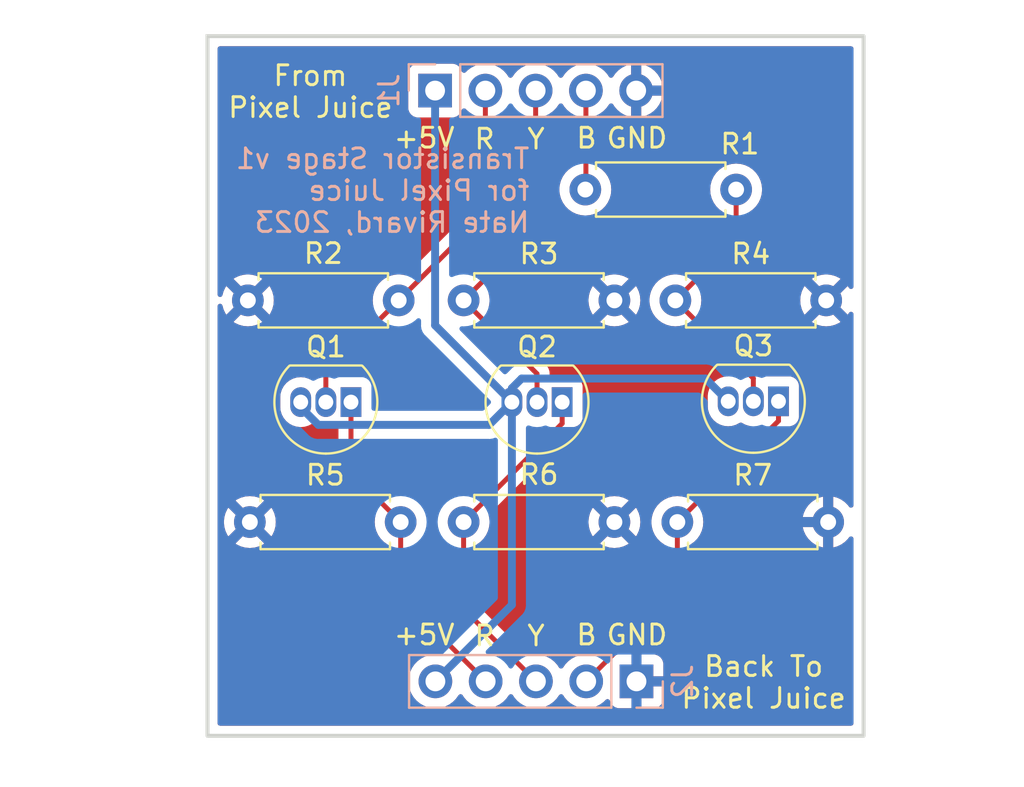
<source format=kicad_pcb>
(kicad_pcb (version 20211014) (generator pcbnew)
  (layers (0 "F.Cu" signal) (31 "B.Cu" signal) (34 "B.Paste" user) (35 "F.Paste" user) (36 "B.SilkS" user "B.Silkscreen") (37 "F.SilkS" user "F.Silkscreen") (38 "B.Mask" user) (39 "F.Mask" user) (44 "Edge.Cuts" user))
  (net 0 "")
  (net 1 "+5V")
  (net 2 "/R-Y_{in}")
  (net 3 "/Y_{in}")
  (net 4 "/B-Y_{in}")
  (net 5 "GND")
  (net 6 "/R-Y_{out}")
  (net 7 "/Y_{out}")
  (net 8 "/B-Y_{out}")
  (net 9 "Net-(Q3-Pad2)")
  (footprint "Resistor_THT:R_Axial_DIN0207_L6.3mm_D2.5mm_P7.62mm_Horizontal" (layer "F.Cu") (at 132.79 96)
    (fp_text reference "R5" (at 3.81 -2.37) (layer "F.SilkS"))
    (fp_text value "470R")
    (fp_line (start 7.08 1.37) (end 7.08 1.04) (layer "F.SilkS") (width 0.12))
    (fp_line (start 7.08 -1.37) (end 7.08 -1.04) (layer "F.SilkS") (width 0.12))
    (fp_line (start 0.54 -1.37) (end 7.08 -1.37) (layer "F.SilkS") (width 0.12))
    (fp_line (start 0.54 1.04) (end 0.54 1.37) (layer "F.SilkS") (width 0.12))
    (fp_line (start 0.54 1.37) (end 7.08 1.37) (layer "F.SilkS") (width 0.12))
    (fp_line (start 0.54 -1.04) (end 0.54 -1.37) (layer "F.SilkS") (width 0.12))
    (pad "1" thru_hole circle (at 0 0) (size 1.6 1.6) (drill 0.8) (layers *.Cu *.Mask) (net 5 "GND"))
    (pad "2" thru_hole oval (at 7.62 0) (size 1.6 1.6) (drill 0.8) (layers *.Cu *.Mask) (net 6 "/R-Y_{out}"))
  )
  (footprint "Resistor_THT:R_Axial_DIN0207_L6.3mm_D2.5mm_P7.62mm_Horizontal" (layer "F.Cu") (at 154.39 96)
    (fp_text reference "R7" (at 3.81 -2.37) (layer "F.SilkS"))
    (fp_text value "470R")
    (fp_line (start 0.54 -1.37) (end 7.08 -1.37) (layer "F.SilkS") (width 0.12))
    (fp_line (start 0.54 1.37) (end 7.08 1.37) (layer "F.SilkS") (width 0.12))
    (fp_line (start 7.08 -1.37) (end 7.08 -1.04) (layer "F.SilkS") (width 0.12))
    (fp_line (start 0.54 -1.04) (end 0.54 -1.37) (layer "F.SilkS") (width 0.12))
    (fp_line (start 0.54 1.04) (end 0.54 1.37) (layer "F.SilkS") (width 0.12))
    (fp_line (start 7.08 1.37) (end 7.08 1.04) (layer "F.SilkS") (width 0.12))
    (pad "1" thru_hole circle (at 0 0) (size 1.6 1.6) (drill 0.8) (layers *.Cu *.Mask) (net 8 "/B-Y_{out}"))
    (pad "2" thru_hole oval (at 7.62 0) (size 1.6 1.6) (drill 0.8) (layers *.Cu *.Mask) (net 5 "GND"))
  )
  (footprint "Resistor_THT:R_Axial_DIN0207_L6.3mm_D2.5mm_P7.62mm_Horizontal" (layer "F.Cu") (at 161.91 84.8 180)
    (fp_text reference "R4" (at 3.81 2.35) (layer "F.SilkS"))
    (fp_text value "470R")
    (fp_line (start 7.08 1.37) (end 7.08 1.04) (layer "F.SilkS") (width 0.12))
    (fp_line (start 0.54 1.04) (end 0.54 1.37) (layer "F.SilkS") (width 0.12))
    (fp_line (start 0.54 1.37) (end 7.08 1.37) (layer "F.SilkS") (width 0.12))
    (fp_line (start 0.54 -1.37) (end 7.08 -1.37) (layer "F.SilkS") (width 0.12))
    (fp_line (start 0.54 -1.04) (end 0.54 -1.37) (layer "F.SilkS") (width 0.12))
    (fp_line (start 7.08 -1.37) (end 7.08 -1.04) (layer "F.SilkS") (width 0.12))
    (pad "1" thru_hole circle (at 0 0 180) (size 1.6 1.6) (drill 0.8) (layers *.Cu *.Mask) (net 5 "GND"))
    (pad "2" thru_hole oval (at 7.62 0 180) (size 1.6 1.6) (drill 0.8) (layers *.Cu *.Mask) (net 9 "Net-(Q3-Pad2)"))
  )
  (footprint "Resistor_THT:R_Axial_DIN0207_L6.3mm_D2.5mm_P7.62mm_Horizontal" (layer "F.Cu") (at 151.21 84.8 180)
    (fp_text reference "R3" (at 3.81 2.35) (layer "F.SilkS"))
    (fp_text value "470R")
    (fp_line (start 0.54 1.04) (end 0.54 1.37) (layer "F.SilkS") (width 0.12))
    (fp_line (start 0.54 -1.04) (end 0.54 -1.37) (layer "F.SilkS") (width 0.12))
    (fp_line (start 0.54 1.37) (end 7.08 1.37) (layer "F.SilkS") (width 0.12))
    (fp_line (start 0.54 -1.37) (end 7.08 -1.37) (layer "F.SilkS") (width 0.12))
    (fp_line (start 7.08 -1.37) (end 7.08 -1.04) (layer "F.SilkS") (width 0.12))
    (fp_line (start 7.08 1.37) (end 7.08 1.04) (layer "F.SilkS") (width 0.12))
    (pad "1" thru_hole circle (at 0 0 180) (size 1.6 1.6) (drill 0.8) (layers *.Cu *.Mask) (net 5 "GND"))
    (pad "2" thru_hole oval (at 7.62 0 180) (size 1.6 1.6) (drill 0.8) (layers *.Cu *.Mask) (net 3 "/Y_{in}"))
  )
  (footprint "Package_TO_SOT_THT:TO-92_Inline" (layer "F.Cu") (at 148.57 89.94 180)
    (fp_text reference "Q2" (at 1.27 2.79) (layer "F.SilkS"))
    (fp_text value "2N3904")
    (fp_line (start -0.53 1.85) (end 3.07 1.85) (layer "F.SilkS") (width 0.12))
    (fp_arc (start -0.568478 1.838478) (mid -1.132087 -0.994977) (end 1.27 -2.6) (layer "F.SilkS") (width 0.12))
    (fp_arc (start 1.27 -2.6) (mid 3.672087 -0.994977) (end 3.108478 1.838478) (layer "F.SilkS") (width 0.12))
    (pad "1" thru_hole rect (at 0 0 180) (size 1.05 1.5) (drill 0.75) (layers *.Cu *.Mask) (net 7 "/Y_{out}"))
    (pad "2" thru_hole oval (at 1.27 0 180) (size 1.05 1.5) (drill 0.75) (layers *.Cu *.Mask) (net 3 "/Y_{in}"))
    (pad "3" thru_hole oval (at 2.54 0 180) (size 1.05 1.5) (drill 0.75) (layers *.Cu *.Mask) (net 1 "+5V"))
  )
  (footprint "Resistor_THT:R_Axial_DIN0207_L6.3mm_D2.5mm_P7.62mm_Horizontal" (layer "F.Cu") (at 132.69 84.8)
    (fp_text reference "R2" (at 3.81 -2.37) (layer "F.SilkS"))
    (fp_text value "470R")
    (fp_line (start 0.54 1.04) (end 0.54 1.37) (layer "F.SilkS") (width 0.12))
    (fp_line (start 7.08 -1.37) (end 7.08 -1.04) (layer "F.SilkS") (width 0.12))
    (fp_line (start 0.54 -1.04) (end 0.54 -1.37) (layer "F.SilkS") (width 0.12))
    (fp_line (start 0.54 1.37) (end 7.08 1.37) (layer "F.SilkS") (width 0.12))
    (fp_line (start 7.08 1.37) (end 7.08 1.04) (layer "F.SilkS") (width 0.12))
    (fp_line (start 0.54 -1.37) (end 7.08 -1.37) (layer "F.SilkS") (width 0.12))
    (pad "1" thru_hole circle (at 0 0) (size 1.6 1.6) (drill 0.8) (layers *.Cu *.Mask) (net 5 "GND"))
    (pad "2" thru_hole oval (at 7.62 0) (size 1.6 1.6) (drill 0.8) (layers *.Cu *.Mask) (net 2 "/R-Y_{in}"))
  )
  (footprint "Resistor_THT:R_Axial_DIN0207_L6.3mm_D2.5mm_P7.62mm_Horizontal" (layer "F.Cu") (at 151.21 96 180)
    (fp_text reference "R6" (at 3.81 2.4) (layer "F.SilkS"))
    (fp_text value "470R")
    (fp_line (start 7.08 1.37) (end 7.08 1.04) (layer "F.SilkS") (width 0.12))
    (fp_line (start 0.54 -1.04) (end 0.54 -1.37) (layer "F.SilkS") (width 0.12))
    (fp_line (start 0.54 1.04) (end 0.54 1.37) (layer "F.SilkS") (width 0.12))
    (fp_line (start 0.54 1.37) (end 7.08 1.37) (layer "F.SilkS") (width 0.12))
    (fp_line (start 0.54 -1.37) (end 7.08 -1.37) (layer "F.SilkS") (width 0.12))
    (fp_line (start 7.08 -1.37) (end 7.08 -1.04) (layer "F.SilkS") (width 0.12))
    (pad "1" thru_hole circle (at 0 0 180) (size 1.6 1.6) (drill 0.8) (layers *.Cu *.Mask) (net 5 "GND"))
    (pad "2" thru_hole oval (at 7.62 0 180) (size 1.6 1.6) (drill 0.8) (layers *.Cu *.Mask) (net 7 "/Y_{out}"))
  )
  (footprint "Package_TO_SOT_THT:TO-92_Inline" (layer "F.Cu") (at 159.5 89.9 180)
    (fp_text reference "Q3" (at 1.27 2.8) (layer "F.SilkS"))
    (fp_text value "2N3904")
    (fp_line (start -0.53 1.85) (end 3.07 1.85) (layer "F.SilkS") (width 0.12))
    (fp_arc (start -0.568478 1.838478) (mid -1.132087 -0.994977) (end 1.27 -2.6) (layer "F.SilkS") (width 0.12))
    (fp_arc (start 1.27 -2.6) (mid 3.672087 -0.994977) (end 3.108478 1.838478) (layer "F.SilkS") (width 0.12))
    (pad "1" thru_hole rect (at 0 0 180) (size 1.05 1.5) (drill 0.75) (layers *.Cu *.Mask) (net 8 "/B-Y_{out}"))
    (pad "2" thru_hole oval (at 1.27 0 180) (size 1.05 1.5) (drill 0.75) (layers *.Cu *.Mask) (net 9 "Net-(Q3-Pad2)"))
    (pad "3" thru_hole oval (at 2.54 0 180) (size 1.05 1.5) (drill 0.75) (layers *.Cu *.Mask) (net 1 "+5V"))
  )
  (footprint "Resistor_THT:R_Axial_DIN0207_L6.3mm_D2.5mm_P7.62mm_Horizontal" (layer "F.Cu") (at 157.36 79.2 180)
    (fp_text reference "R1" (at -0.19 2.3) (layer "F.SilkS"))
    (fp_text value "82R")
    (fp_line (start 0.54 1.37) (end 7.08 1.37) (layer "F.SilkS") (width 0.12))
    (fp_line (start 0.54 -1.04) (end 0.54 -1.37) (layer "F.SilkS") (width 0.12))
    (fp_line (start 0.54 1.04) (end 0.54 1.37) (layer "F.SilkS") (width 0.12))
    (fp_line (start 7.08 -1.37) (end 7.08 -1.04) (layer "F.SilkS") (width 0.12))
    (fp_line (start 0.54 -1.37) (end 7.08 -1.37) (layer "F.SilkS") (width 0.12))
    (fp_line (start 7.08 1.37) (end 7.08 1.04) (layer "F.SilkS") (width 0.12))
    (pad "1" thru_hole circle (at 0 0 180) (size 1.6 1.6) (drill 0.8) (layers *.Cu *.Mask) (net 9 "Net-(Q3-Pad2)"))
    (pad "2" thru_hole oval (at 7.62 0 180) (size 1.6 1.6) (drill 0.8) (layers *.Cu *.Mask) (net 4 "/B-Y_{in}"))
  )
  (footprint "Package_TO_SOT_THT:TO-92_Inline" (layer "F.Cu") (at 137.9 89.94 180)
    (fp_text reference "Q1" (at 1.27 2.79) (layer "F.SilkS"))
    (fp_text value "2N3904")
    (fp_line (start -0.53 1.85) (end 3.07 1.85) (layer "F.SilkS") (width 0.12))
    (fp_arc (start -0.568478 1.838478) (mid -1.132087 -0.994977) (end 1.27 -2.6) (layer "F.SilkS") (width 0.12))
    (fp_arc (start 1.27 -2.6) (mid 3.672087 -0.994977) (end 3.108478 1.838478) (layer "F.SilkS") (width 0.12))
    (pad "1" thru_hole rect (at 0 0 180) (size 1.05 1.5) (drill 0.75) (layers *.Cu *.Mask) (net 6 "/R-Y_{out}"))
    (pad "2" thru_hole oval (at 1.27 0 180) (size 1.05 1.5) (drill 0.75) (layers *.Cu *.Mask) (net 2 "/R-Y_{in}"))
    (pad "3" thru_hole oval (at 2.54 0 180) (size 1.05 1.5) (drill 0.75) (layers *.Cu *.Mask) (net 1 "+5V"))
  )
  (footprint "Connector_PinHeader_2.54mm:PinHeader_1x05_P2.54mm_Vertical" (layer "B.Cu") (at 152.325 104.05 90)
    (fp_text reference "J2" (at 0 2.33 90) (layer "B.SilkS") (effects (justify mirror)))
    (fp_text value "OUTPUT_PORT")
    (fp_line (start -1.33 -11.49) (end 1.33 -11.49) (layer "B.SilkS") (width 0.12))
    (fp_line (start 1.33 -1.27) (end 1.33 -11.49) (layer "B.SilkS") (width 0.12))
    (fp_line (start -1.33 0) (end -1.33 1.33) (layer "B.SilkS") (width 0.12))
    (fp_line (start -1.33 -1.27) (end 1.33 -1.27) (layer "B.SilkS") (width 0.12))
    (fp_line (start -1.33 1.33) (end 0 1.33) (layer "B.SilkS") (width 0.12))
    (fp_line (start -1.33 -1.27) (end -1.33 -11.49) (layer "B.SilkS") (width 0.12))
    (pad "1" thru_hole rect (at 0 0 90) (size 1.7 1.7) (drill 1) (layers *.Cu *.Mask) (net 5 "GND"))
    (pad "2" thru_hole oval (at 0 -2.54 90) (size 1.7 1.7) (drill 1) (layers *.Cu *.Mask) (net 8 "/B-Y_{out}"))
    (pad "3" thru_hole oval (at 0 -5.08 90) (size 1.7 1.7) (drill 1) (layers *.Cu *.Mask) (net 7 "/Y_{out}"))
    (pad "4" thru_hole oval (at 0 -7.62 90) (size 1.7 1.7) (drill 1) (layers *.Cu *.Mask) (net 6 "/R-Y_{out}"))
    (pad "5" thru_hole oval (at 0 -10.16 90) (size 1.7 1.7) (drill 1) (layers *.Cu *.Mask) (net 1 "+5V"))
  )
  (footprint "Connector_PinHeader_2.54mm:PinHeader_1x05_P2.54mm_Vertical" (layer "B.Cu") (at 142.15 74.2 -90)
    (fp_text reference "J1" (at 0 2.33 90) (layer "B.SilkS") (effects (justify mirror)))
    (fp_text value "INPUT_PORT")
    (fp_line (start 1.33 -1.27) (end 1.33 -11.49) (layer "B.SilkS") (width 0.12))
    (fp_line (start -1.33 0) (end -1.33 1.33) (layer "B.SilkS") (width 0.12))
    (fp_line (start -1.33 -11.49) (end 1.33 -11.49) (layer "B.SilkS") (width 0.12))
    (fp_line (start -1.33 1.33) (end 0 1.33) (layer "B.SilkS") (width 0.12))
    (fp_line (start -1.33 -1.27) (end -1.33 -11.49) (layer "B.SilkS") (width 0.12))
    (fp_line (start -1.33 -1.27) (end 1.33 -1.27) (layer "B.SilkS") (width 0.12))
    (pad "1" thru_hole rect (at 0 0 270) (size 1.7 1.7) (drill 1) (layers *.Cu *.Mask) (net 1 "+5V"))
    (pad "2" thru_hole oval (at 0 -2.54 270) (size 1.7 1.7) (drill 1) (layers *.Cu *.Mask) (net 2 "/R-Y_{in}"))
    (pad "3" thru_hole oval (at 0 -5.08 270) (size 1.7 1.7) (drill 1) (layers *.Cu *.Mask) (net 3 "/Y_{in}"))
    (pad "4" thru_hole oval (at 0 -7.62 270) (size 1.7 1.7) (drill 1) (layers *.Cu *.Mask) (net 4 "/B-Y_{in}"))
    (pad "5" thru_hole oval (at 0 -10.16 270) (size 1.7 1.7) (drill 1) (layers *.Cu *.Mask) (net 5 "GND"))
  )
  (gr_rect (start 130.65 71.45) (end 163.8 106.8) (layer "Edge.Cuts") (width 0.2) (fill none))
  (gr_text "Transistor Stage v1\nfor Pixel Juice\nNate Rivard, 2023" (at 147 79.25) (layer "B.SilkS") (effects (font (size 1 1)) (justify left mirror)))
  (gr_text "R" (at 144.65 101.75) (layer "F.SilkS") (effects (font (size 1 1))))
  (gr_text "R" (at 144.65 76.65) (layer "F.SilkS") (effects (font (size 1 1))))
  (gr_text "GND" (at 152.35 101.7) (layer "F.SilkS") (effects (font (size 1 1))))
  (gr_text "Y" (at 147.25 101.75) (layer "F.SilkS") (effects (font (size 1 1))))
  (gr_text "Y" (at 147.25 76.65) (layer "F.SilkS") (effects (font (size 1 1))))
  (gr_text "B" (at 149.8 101.7) (layer "F.SilkS") (effects (font (size 1 1))))
  (gr_text "+5V" (at 141.6 101.7) (layer "F.SilkS") (effects (font (size 1 1))))
  (gr_text "Back To\nPixel Juice" (at 158.75 104.1) (layer "F.SilkS") (effects (font (size 1 1))))
  (gr_text "From\nPixel Juice" (at 135.85 74.25) (layer "F.SilkS") (effects (font (size 1 1))))
  (gr_text "GND" (at 152.35 76.6) (layer "F.SilkS") (effects (font (size 1 1))))
  (gr_text "+5V" (at 141.6 76.6) (layer "F.SilkS") (effects (font (size 1 1))))
  (gr_text "B" (at 149.8 76.6) (layer "F.SilkS") (effects (font (size 1 1))))
  (segment (start 146.03 100.185) (end 142.165 104.05) (width 0.4) (layer "B.Cu") (net 1))
  (segment (start 136.247052 91.08952) (end 135.36 90.202468) (width 0.4) (layer "B.Cu") (net 1))
  (segment (start 146.03 89.24) (end 146.52 88.75) (width 0.4) (layer "B.Cu") (net 1))
  (segment (start 142.15 86.06) (end 146.03 89.94) (width 0.4) (layer "B.Cu") (net 1))
  (segment (start 135.36 90.202468) (end 135.36 89.94) (width 0.4) (layer "B.Cu") (net 1))
  (segment (start 155.81 88.75) (end 156.96 89.9) (width 0.4) (layer "B.Cu") (net 1))
  (segment (start 146.03 89.94) (end 146.03 100.185) (width 0.4) (layer "B.Cu") (net 1))
  (segment (start 142.15 74.2) (end 142.15 86.06) (width 0.4) (layer "B.Cu") (net 1))
  (segment (start 144.88048 91.08952) (end 136.247052 91.08952) (width 0.4) (layer "B.Cu") (net 1))
  (segment (start 146.52 88.75) (end 155.81 88.75) (width 0.4) (layer "B.Cu") (net 1))
  (segment (start 146.03 89.94) (end 146.03 89.24) (width 0.4) (layer "B.Cu") (net 1))
  (segment (start 146.03 89.94) (end 144.88048 91.08952) (width 0.4) (layer "B.Cu") (net 1))
  (segment (start 140.31 84.8) (end 136.63 88.48) (width 0.25) (layer "F.Cu") (net 2))
  (segment (start 144.69 80.42) (end 140.31 84.8) (width 0.25) (layer "F.Cu") (net 2))
  (segment (start 136.63 88.48) (end 136.63 89.94) (width 0.25) (layer "F.Cu") (net 2))
  (segment (start 144.69 74.2) (end 144.69 80.42) (width 0.25) (layer "F.Cu") (net 2))
  (segment (start 147.23 74.2) (end 147.23 81.16) (width 0.25) (layer "F.Cu") (net 3))
  (segment (start 143.59 84.8) (end 147.3 88.51) (width 0.25) (layer "F.Cu") (net 3))
  (segment (start 147.3 88.51) (end 147.3 89.94) (width 0.25) (layer "F.Cu") (net 3))
  (segment (start 147.23 81.16) (end 143.59 84.8) (width 0.25) (layer "F.Cu") (net 3))
  (segment (start 149.77 79.17) (end 149.74 79.2) (width 0.25) (layer "F.Cu") (net 4))
  (segment (start 149.77 74.2) (end 149.77 79.17) (width 0.25) (layer "F.Cu") (net 4))
  (segment (start 137.9 93.49) (end 140.41 96) (width 0.25) (layer "F.Cu") (net 6))
  (segment (start 137.9 89.94) (end 137.9 93.49) (width 0.25) (layer "F.Cu") (net 6))
  (segment (start 140.41 99.755) (end 144.705 104.05) (width 0.25) (layer "F.Cu") (net 6))
  (segment (start 140.41 96) (end 140.41 99.755) (width 0.25) (layer "F.Cu") (net 6))
  (segment (start 143.59 96) (end 143.59 100.395) (width 0.25) (layer "F.Cu") (net 7))
  (segment (start 148.57 91.02) (end 143.59 96) (width 0.25) (layer "F.Cu") (net 7))
  (segment (start 143.59 100.395) (end 147.245 104.05) (width 0.25) (layer "F.Cu") (net 7))
  (segment (start 148.57 89.94) (end 148.57 91.02) (width 0.25) (layer "F.Cu") (net 7))
  (segment (start 154.39 96) (end 154.39 99.445) (width 0.25) (layer "F.Cu") (net 8))
  (segment (start 154.39 99.445) (end 149.785 104.05) (width 0.25) (layer "F.Cu") (net 8))
  (segment (start 159.5 89.9) (end 159.5 90.89) (width 0.25) (layer "F.Cu") (net 8))
  (segment (start 159.5 90.89) (end 154.39 96) (width 0.25) (layer "F.Cu") (net 8))
  (segment (start 157.36 81.73) (end 154.29 84.8) (width 0.25) (layer "F.Cu") (net 9))
  (segment (start 154.29 84.8) (end 158.23 88.74) (width 0.25) (layer "F.Cu") (net 9))
  (segment (start 158.23 88.74) (end 158.23 89.9) (width 0.25) (layer "F.Cu") (net 9))
  (segment (start 157.36 79.2) (end 157.36 81.73) (width 0.25) (layer "F.Cu") (net 9))
  (zone (net 5) (net_name "GND") (layer "F.Cu") (connect_pads (clearance 0.508)) (min_thickness 0.254) (fill yes (thermal_gap 0.508) (thermal_bridge_width 0.508))
    (polygon (pts (xy 165.95 108.7) (xy 128.05 108.45) (xy 128.45 70.2) (xy 166.65 69.95)))
  )
  (zone (net 5) (net_name "GND") (layer "B.Cu") (connect_pads (clearance 0.508)) (min_thickness 0.254) (fill yes (thermal_gap 0.508) (thermal_bridge_width 0.508))
    (polygon (pts (xy 166.5 109.4) (xy 127.35 108.9) (xy 127.7 69.95) (xy 167.1 69.95)))
  )
)
</source>
